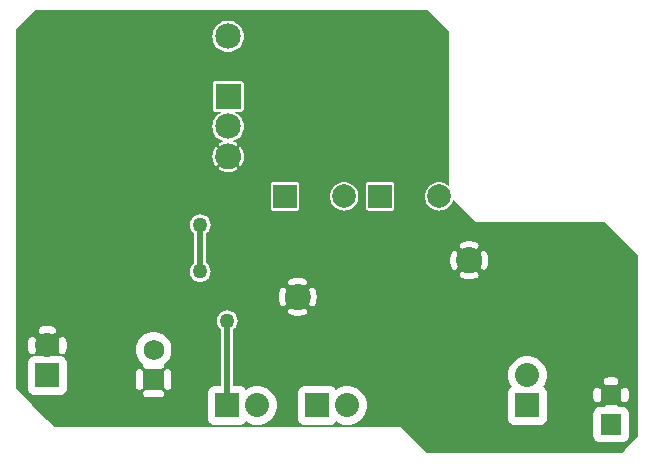
<source format=gbl>
G04 start of page 2 for group 10 layer_idx 1 *
G04 Title: (unknown), bottom_copper *
G04 Creator: pcb-rnd 2.3.0 *
G04 CreationDate: 2021-04-05 19:42:04 UTC *
G04 For:  *
G04 Format: Gerber/RS-274X *
G04 PCB-Dimensions: 500000 500000 *
G04 PCB-Coordinate-Origin: lower left *
%MOIN*%
%FSLAX25Y25*%
%LNBOTTOM_COPPER_NONE_10*%
%ADD36C,0.0430*%
%ADD35C,0.0295*%
%ADD34C,0.0276*%
%ADD33C,0.0394*%
%ADD32C,0.0850*%
%ADD31C,0.0787*%
%ADD30C,0.0866*%
%ADD29C,0.0689*%
%ADD28C,0.0800*%
%ADD27C,0.0500*%
%ADD26C,0.0200*%
%ADD25C,0.0001*%
G54D25*G36*
X371500Y294000D02*Y233500D01*
X367117Y229117D01*
Y231841D01*
X367419Y232026D01*
X367718Y232282D01*
X367974Y232581D01*
X368179Y232917D01*
X368330Y233280D01*
X368422Y233663D01*
X368453Y234055D01*
X368445Y234153D01*
Y240847D01*
X368453Y240945D01*
X368422Y241337D01*
X368422Y241337D01*
X368330Y241720D01*
X368179Y242083D01*
X367974Y242419D01*
X367718Y242718D01*
X367419Y242974D01*
X367117Y243159D01*
Y244916D01*
X367122Y244916D01*
X367317Y244944D01*
X367505Y245001D01*
X367682Y245088D01*
X367843Y245200D01*
X367985Y245337D01*
X368103Y245494D01*
X368195Y245668D01*
X368256Y245855D01*
X368384Y246443D01*
X368445Y247042D01*
Y247643D01*
X368384Y248242D01*
X368263Y248832D01*
X368200Y249019D01*
X368107Y249193D01*
X367988Y249351D01*
X367846Y249488D01*
X367684Y249601D01*
X367507Y249688D01*
X367318Y249746D01*
X367123Y249773D01*
X367117Y249773D01*
Y298383D01*
X371500Y294000D01*
G37*
G36*
X366000Y228000D02*X362500D01*
Y231555D01*
X365847D01*
X365945Y231547D01*
X366337Y231578D01*
X366337Y231578D01*
X366720Y231670D01*
X367083Y231821D01*
X367117Y231841D01*
Y229117D01*
X366000Y228000D01*
G37*
G36*
X367117Y298383D02*Y249773D01*
X366925Y249770D01*
X366731Y249736D01*
X366544Y249671D01*
X366370Y249579D01*
X366212Y249460D01*
X366075Y249318D01*
X365961Y249156D01*
X365875Y248979D01*
X365817Y248790D01*
X365790Y248594D01*
X365793Y248397D01*
X365831Y248203D01*
X365905Y247863D01*
X365940Y247517D01*
Y247168D01*
X365905Y246822D01*
X365835Y246481D01*
X365797Y246288D01*
X365794Y246091D01*
X365821Y245896D01*
X365879Y245708D01*
X365965Y245531D01*
X366078Y245370D01*
X366215Y245229D01*
X366372Y245110D01*
X366546Y245018D01*
X366732Y244954D01*
X366926Y244920D01*
X367117Y244916D01*
Y243159D01*
X367083Y243179D01*
X366720Y243330D01*
X366337Y243422D01*
X365945Y243453D01*
X365847Y243445D01*
X364751D01*
X364736Y243473D01*
X364617Y243631D01*
X364475Y243768D01*
X364314Y243881D01*
X364136Y243968D01*
X363947Y244025D01*
X363752Y244053D01*
X363554Y244049D01*
X363361Y244011D01*
X363021Y243937D01*
X362674Y243902D01*
X362500D01*
Y250783D01*
X362674D01*
X363021Y250748D01*
X363362Y250678D01*
X363555Y250640D01*
X363751Y250637D01*
X363946Y250664D01*
X364134Y250722D01*
X364311Y250808D01*
X364472Y250921D01*
X364614Y251057D01*
X364732Y251215D01*
X364825Y251388D01*
X364889Y251574D01*
X364923Y251768D01*
X364926Y251965D01*
X364899Y252160D01*
X364841Y252348D01*
X364755Y252525D01*
X364642Y252686D01*
X364505Y252827D01*
X364348Y252946D01*
X364175Y253038D01*
X363988Y253098D01*
X363400Y253227D01*
X362801Y253287D01*
X362500D01*
Y303000D01*
X367117Y298383D01*
G37*
G36*
X357917Y231821D02*X358280Y231670D01*
X358663Y231578D01*
X359055Y231547D01*
X359153Y231555D01*
X362500D01*
Y228000D01*
X357883D01*
Y231841D01*
X357917Y231821D01*
G37*
G36*
X360500Y305000D02*X362500Y303000D01*
Y253287D01*
X362199D01*
X361600Y253227D01*
X361011Y253106D01*
X360824Y253042D01*
X360649Y252949D01*
X360492Y252831D01*
X360354Y252689D01*
X360241Y252527D01*
X360155Y252349D01*
X360097Y252161D01*
X360069Y251965D01*
X360073Y251768D01*
X360107Y251573D01*
X360171Y251387D01*
X360264Y251212D01*
X360383Y251054D01*
X360525Y250917D01*
X360686Y250804D01*
X360864Y250717D01*
X361053Y250660D01*
X361248Y250632D01*
X361446Y250636D01*
X361639Y250674D01*
X361979Y250748D01*
X362326Y250783D01*
X362500D01*
Y243902D01*
X362326D01*
X361979Y243937D01*
X361638Y244007D01*
X361445Y244045D01*
X361249Y244048D01*
X361054Y244021D01*
X360866Y243964D01*
X360689Y243877D01*
X360528Y243764D01*
X360386Y243628D01*
X360268Y243470D01*
X360254Y243445D01*
X359153D01*
X359055Y243453D01*
X358663Y243422D01*
X358663Y243422D01*
X358280Y243330D01*
X357917Y243179D01*
X357883Y243159D01*
Y244912D01*
X358075Y244915D01*
X358269Y244950D01*
X358456Y245014D01*
X358630Y245106D01*
X358788Y245225D01*
X358925Y245367D01*
X359039Y245529D01*
X359125Y245706D01*
X359183Y245895D01*
X359210Y246091D01*
X359207Y246288D01*
X359169Y246482D01*
X359095Y246822D01*
X359060Y247168D01*
Y247517D01*
X359095Y247863D01*
X359165Y248204D01*
X359203Y248397D01*
X359206Y248594D01*
X359179Y248789D01*
X359121Y248977D01*
X359035Y249154D01*
X358922Y249315D01*
X358785Y249456D01*
X358628Y249575D01*
X358454Y249667D01*
X358268Y249731D01*
X358074Y249765D01*
X357883Y249769D01*
Y305000D01*
X360500D01*
G37*
G36*
X357883D02*Y249769D01*
X357878Y249769D01*
X357683Y249741D01*
X357495Y249684D01*
X357318Y249598D01*
X357157Y249485D01*
X357015Y249348D01*
X356897Y249191D01*
X356805Y249017D01*
X356744Y248830D01*
X356616Y248242D01*
X356555Y247643D01*
Y247042D01*
X356616Y246443D01*
X356737Y245853D01*
X356800Y245666D01*
X356893Y245492D01*
X357012Y245334D01*
X357154Y245197D01*
X357316Y245084D01*
X357493Y244997D01*
X357682Y244939D01*
X357877Y244912D01*
X357883Y244912D01*
Y243159D01*
X357581Y242974D01*
X357282Y242718D01*
X357026Y242419D01*
X356821Y242083D01*
X356670Y241720D01*
X356578Y241337D01*
X356547Y240945D01*
X356555Y240847D01*
Y234153D01*
X356547Y234055D01*
X356578Y233663D01*
X356578Y233663D01*
X356670Y233280D01*
X356821Y232917D01*
X357026Y232581D01*
X357282Y232282D01*
X357581Y232026D01*
X357883Y231841D01*
Y228000D01*
X334594D01*
Y237350D01*
X338502D01*
X338600Y237342D01*
X338992Y237373D01*
X338992Y237373D01*
X339375Y237465D01*
X339738Y237616D01*
X340074Y237821D01*
X340373Y238077D01*
X340629Y238376D01*
X340834Y238712D01*
X340985Y239075D01*
X341077Y239458D01*
X341108Y239850D01*
X341100Y239948D01*
Y247752D01*
X341108Y247850D01*
X341077Y248242D01*
X341077Y248242D01*
X340985Y248625D01*
X340834Y248988D01*
X340629Y249324D01*
X340373Y249623D01*
X340074Y249879D01*
X339865Y250007D01*
X339875Y250018D01*
X340409Y250890D01*
X340801Y251835D01*
X341040Y252830D01*
X341100Y253850D01*
X341040Y254870D01*
X340801Y255865D01*
X340409Y256810D01*
X339875Y257682D01*
X339210Y258460D01*
X338432Y259125D01*
X337560Y259659D01*
X336615Y260051D01*
X335620Y260290D01*
X334600Y260370D01*
X334594Y260370D01*
Y305000D01*
X357883D01*
G37*
G36*
X334594D02*Y260370D01*
X333580Y260290D01*
X332585Y260051D01*
X331640Y259659D01*
X330768Y259125D01*
X329990Y258460D01*
X329325Y257682D01*
X328791Y256810D01*
X328399Y255865D01*
X328160Y254870D01*
X328080Y253850D01*
X328160Y252830D01*
X328399Y251835D01*
X328791Y250890D01*
X329325Y250018D01*
X329335Y250007D01*
X329126Y249879D01*
X328827Y249623D01*
X328571Y249324D01*
X328366Y248988D01*
X328215Y248625D01*
X328123Y248242D01*
X328092Y247850D01*
X328100Y247752D01*
Y239948D01*
X328092Y239850D01*
X328123Y239458D01*
X328123Y239458D01*
X328215Y239075D01*
X328366Y238712D01*
X328571Y238376D01*
X328827Y238077D01*
X329126Y237821D01*
X329462Y237616D01*
X329825Y237465D01*
X330208Y237373D01*
X330600Y237342D01*
X330698Y237350D01*
X334594D01*
Y228000D01*
X320307D01*
Y289095D01*
X320456Y289141D01*
X320597Y289210D01*
X320726Y289300D01*
X320840Y289409D01*
X320934Y289535D01*
X321005Y289675D01*
X321217Y290212D01*
X321373Y290768D01*
X321478Y291336D01*
X321531Y291911D01*
Y292489D01*
X321478Y293064D01*
X321373Y293632D01*
X321217Y294188D01*
X321012Y294727D01*
X320938Y294867D01*
X320843Y294994D01*
X320729Y295103D01*
X320600Y295194D01*
X320458Y295263D01*
X320307Y295310D01*
Y305000D01*
X334594D01*
G37*
G36*
X317500D02*X320307D01*
Y295310D01*
X320306Y295310D01*
X320150Y295332D01*
X319992Y295329D01*
X319836Y295301D01*
X319687Y295250D01*
X319547Y295176D01*
X319421Y295081D01*
X319311Y294967D01*
X319220Y294837D01*
X319151Y294695D01*
X319105Y294544D01*
X319083Y294387D01*
X319085Y294229D01*
X319113Y294074D01*
X319167Y293925D01*
X319312Y293558D01*
X319419Y293178D01*
X319490Y292790D01*
X319526Y292397D01*
Y292003D01*
X319490Y291610D01*
X319419Y291222D01*
X319312Y290842D01*
X319171Y290473D01*
X319117Y290325D01*
X319090Y290170D01*
X319087Y290013D01*
X319109Y289857D01*
X319155Y289707D01*
X319224Y289565D01*
X319314Y289436D01*
X319424Y289323D01*
X319549Y289228D01*
X319688Y289154D01*
X319837Y289103D01*
X319992Y289076D01*
X320150Y289073D01*
X320305Y289095D01*
X320307Y289095D01*
Y228000D01*
X315202D01*
Y285869D01*
X315489D01*
X316064Y285922D01*
X316632Y286027D01*
X317188Y286183D01*
X317727Y286388D01*
X317867Y286462D01*
X317994Y286557D01*
X318103Y286671D01*
X318194Y286800D01*
X318263Y286942D01*
X318310Y287094D01*
X318332Y287250D01*
X318329Y287408D01*
X318301Y287564D01*
X318250Y287713D01*
X318176Y287853D01*
X318081Y287979D01*
X317967Y288089D01*
X317837Y288180D01*
X317695Y288249D01*
X317544Y288295D01*
X317387Y288317D01*
X317229Y288315D01*
X317074Y288287D01*
X316925Y288233D01*
X316558Y288088D01*
X316178Y287981D01*
X315790Y287910D01*
X315397Y287874D01*
X315202D01*
Y296526D01*
X315397D01*
X315790Y296490D01*
X316178Y296419D01*
X316558Y296312D01*
X316927Y296171D01*
X317075Y296117D01*
X317230Y296090D01*
X317387Y296087D01*
X317543Y296109D01*
X317693Y296155D01*
X317835Y296224D01*
X317964Y296314D01*
X318077Y296424D01*
X318172Y296549D01*
X318246Y296688D01*
X318297Y296837D01*
X318324Y296992D01*
X318327Y297150D01*
X318305Y297306D01*
X318259Y297456D01*
X318190Y297598D01*
X318100Y297726D01*
X317991Y297840D01*
X317865Y297934D01*
X317725Y298005D01*
X317188Y298217D01*
X316632Y298373D01*
X316064Y298478D01*
X315489Y298531D01*
X315202D01*
Y307298D01*
X317500Y305000D01*
G37*
G36*
X315202Y307298D02*Y298531D01*
X314911D01*
X314336Y298478D01*
X313768Y298373D01*
X313212Y298217D01*
X312673Y298012D01*
X312533Y297938D01*
X312406Y297843D01*
X312297Y297729D01*
X312206Y297600D01*
X312137Y297458D01*
X312090Y297306D01*
X312068Y297150D01*
X312071Y296992D01*
X312099Y296836D01*
X312150Y296687D01*
X312224Y296547D01*
X312319Y296421D01*
X312433Y296311D01*
X312563Y296220D01*
X312705Y296151D01*
X312856Y296105D01*
X313013Y296083D01*
X313171Y296086D01*
X313326Y296113D01*
X313475Y296167D01*
X313842Y296312D01*
X314222Y296419D01*
X314610Y296490D01*
X315003Y296526D01*
X315202D01*
Y287874D01*
X315003D01*
X314610Y287910D01*
X314222Y287981D01*
X313842Y288088D01*
X313473Y288229D01*
X313325Y288283D01*
X313170Y288310D01*
X313013Y288313D01*
X312857Y288291D01*
X312707Y288245D01*
X312565Y288176D01*
X312436Y288086D01*
X312323Y287976D01*
X312228Y287851D01*
X312154Y287712D01*
X312103Y287563D01*
X312076Y287408D01*
X312073Y287250D01*
X312095Y287095D01*
X312141Y286944D01*
X312210Y286803D01*
X312300Y286674D01*
X312409Y286560D01*
X312535Y286466D01*
X312675Y286395D01*
X313212Y286183D01*
X313768Y286027D01*
X314336Y285922D01*
X314911Y285869D01*
X315202D01*
Y228000D01*
X310093D01*
Y289090D01*
X310094Y289090D01*
X310250Y289068D01*
X310408Y289071D01*
X310564Y289099D01*
X310713Y289150D01*
X310853Y289224D01*
X310979Y289319D01*
X311089Y289433D01*
X311180Y289563D01*
X311249Y289705D01*
X311295Y289856D01*
X311317Y290013D01*
X311314Y290171D01*
X311287Y290326D01*
X311233Y290475D01*
X311088Y290842D01*
X310981Y291222D01*
X310910Y291610D01*
X310874Y292003D01*
Y292397D01*
X310910Y292790D01*
X310981Y293178D01*
X311088Y293558D01*
X311229Y293927D01*
X311283Y294075D01*
X311310Y294230D01*
X311313Y294387D01*
X311291Y294543D01*
X311245Y294693D01*
X311176Y294835D01*
X311086Y294964D01*
X310976Y295077D01*
X310851Y295172D01*
X310712Y295246D01*
X310563Y295297D01*
X310408Y295324D01*
X310250Y295327D01*
X310095Y295305D01*
X310093Y295305D01*
Y312407D01*
X315202Y307298D01*
G37*
G36*
X301500Y375500D02*X308500Y368500D01*
Y316882D01*
X307971Y317334D01*
X307336Y317722D01*
X306649Y318007D01*
X305926Y318181D01*
X305185Y318239D01*
X304444Y318181D01*
X303721Y318007D01*
X303034Y317722D01*
X302400Y317334D01*
X301834Y316851D01*
X301351Y316286D01*
X300963Y315651D01*
X300678Y314964D01*
X300504Y314241D01*
X300446Y313500D01*
X300504Y312759D01*
X300678Y312036D01*
X300963Y311349D01*
X301351Y310714D01*
X301834Y310149D01*
X302400Y309666D01*
X303034Y309278D01*
X303721Y308993D01*
X304444Y308819D01*
X305185Y308761D01*
X305926Y308819D01*
X306649Y308993D01*
X307336Y309278D01*
X307971Y309666D01*
X308536Y310149D01*
X309019Y310714D01*
X309408Y311349D01*
X309692Y312036D01*
X309842Y312658D01*
X310093Y312407D01*
Y295305D01*
X309944Y295259D01*
X309803Y295190D01*
X309674Y295100D01*
X309560Y294991D01*
X309466Y294865D01*
X309395Y294725D01*
X309183Y294188D01*
X309027Y293632D01*
X308922Y293064D01*
X308869Y292489D01*
Y291911D01*
X308922Y291336D01*
X309027Y290768D01*
X309183Y290212D01*
X309388Y289673D01*
X309462Y289533D01*
X309557Y289406D01*
X309671Y289297D01*
X309800Y289206D01*
X309942Y289137D01*
X310093Y289090D01*
Y228000D01*
X301000D01*
X292500Y236500D01*
X285500D01*
Y308776D01*
X289406D01*
X289437Y308773D01*
X289560Y308783D01*
X289561Y308783D01*
X289681Y308812D01*
X289796Y308859D01*
X289901Y308924D01*
X289996Y309004D01*
X290076Y309099D01*
X290141Y309204D01*
X290188Y309319D01*
X290217Y309439D01*
X290227Y309563D01*
X290224Y309594D01*
Y317406D01*
X290227Y317437D01*
X290217Y317560D01*
X290217Y317561D01*
X290188Y317681D01*
X290141Y317796D01*
X290076Y317901D01*
X289996Y317996D01*
X289901Y318076D01*
X289796Y318141D01*
X289681Y318188D01*
X289561Y318217D01*
X289437Y318227D01*
X289406Y318224D01*
X285500D01*
Y375500D01*
X301500D01*
G37*
G36*
X285500D02*Y318224D01*
X281594D01*
X281563Y318227D01*
X281440Y318217D01*
X281439Y318217D01*
X281319Y318188D01*
X281204Y318141D01*
X281099Y318076D01*
X281004Y317996D01*
X280924Y317901D01*
X280859Y317796D01*
X280812Y317681D01*
X280783Y317561D01*
X280773Y317437D01*
X280776Y317406D01*
Y309594D01*
X280773Y309563D01*
X280783Y309440D01*
X280783Y309439D01*
X280812Y309319D01*
X280859Y309204D01*
X280924Y309099D01*
X281004Y309004D01*
X281099Y308924D01*
X281204Y308859D01*
X281319Y308812D01*
X281439Y308783D01*
X281563Y308773D01*
X281594Y308776D01*
X285500D01*
Y236500D01*
X273493D01*
Y237431D01*
X273580Y237410D01*
X274600Y237330D01*
X275620Y237410D01*
X276615Y237649D01*
X277560Y238041D01*
X278432Y238575D01*
X279210Y239240D01*
X279875Y240018D01*
X280409Y240890D01*
X280801Y241835D01*
X281040Y242830D01*
X281100Y243850D01*
X281040Y244870D01*
X280801Y245865D01*
X280409Y246810D01*
X279875Y247682D01*
X279210Y248460D01*
X278432Y249125D01*
X277560Y249659D01*
X276615Y250051D01*
X275620Y250290D01*
X274600Y250370D01*
X273580Y250290D01*
X273493Y250269D01*
Y308762D01*
X273500Y308761D01*
X274241Y308819D01*
X274964Y308993D01*
X275651Y309278D01*
X276286Y309666D01*
X276851Y310149D01*
X277334Y310714D01*
X277722Y311349D01*
X278007Y312036D01*
X278181Y312759D01*
X278224Y313500D01*
X278181Y314241D01*
X278007Y314964D01*
X277722Y315651D01*
X277334Y316286D01*
X276851Y316851D01*
X276286Y317334D01*
X275651Y317722D01*
X274964Y318007D01*
X274241Y318181D01*
X273500Y318239D01*
X273493Y318238D01*
Y375500D01*
X285500D01*
G37*
G36*
X263107Y236500D02*Y237350D01*
X268502D01*
X268600Y237342D01*
X268992Y237373D01*
X268992Y237373D01*
X269375Y237465D01*
X269738Y237616D01*
X270074Y237821D01*
X270373Y238077D01*
X270629Y238376D01*
X270757Y238585D01*
X270768Y238575D01*
X271640Y238041D01*
X272585Y237649D01*
X273493Y237431D01*
Y236500D01*
X263107D01*
G37*
G36*
X273493Y375500D02*Y318238D01*
X272759Y318181D01*
X272036Y318007D01*
X271349Y317722D01*
X270714Y317334D01*
X270149Y316851D01*
X269666Y316286D01*
X269278Y315651D01*
X268993Y314964D01*
X268819Y314241D01*
X268761Y313500D01*
X268819Y312759D01*
X268993Y312036D01*
X269278Y311349D01*
X269666Y310714D01*
X270149Y310149D01*
X270714Y309666D01*
X271349Y309278D01*
X272036Y308993D01*
X272759Y308819D01*
X273493Y308762D01*
Y250269D01*
X272585Y250051D01*
X271640Y249659D01*
X270768Y249125D01*
X270757Y249115D01*
X270629Y249324D01*
X270373Y249623D01*
X270074Y249879D01*
X269738Y250084D01*
X269375Y250235D01*
X268992Y250327D01*
X268600Y250358D01*
X268502Y250350D01*
X263107D01*
Y276895D01*
X263256Y276941D01*
X263397Y277010D01*
X263526Y277100D01*
X263640Y277209D01*
X263734Y277335D01*
X263805Y277475D01*
X264017Y278012D01*
X264173Y278568D01*
X264278Y279136D01*
X264331Y279711D01*
Y280289D01*
X264278Y280864D01*
X264173Y281432D01*
X264017Y281988D01*
X263812Y282527D01*
X263738Y282667D01*
X263643Y282794D01*
X263529Y282903D01*
X263400Y282994D01*
X263258Y283063D01*
X263107Y283110D01*
Y375500D01*
X273493D01*
G37*
G36*
X263107D02*Y283110D01*
X263106Y283110D01*
X262950Y283132D01*
X262792Y283129D01*
X262636Y283101D01*
X262487Y283050D01*
X262347Y282976D01*
X262221Y282881D01*
X262111Y282767D01*
X262020Y282637D01*
X261951Y282495D01*
X261905Y282344D01*
X261883Y282187D01*
X261885Y282029D01*
X261913Y281874D01*
X261967Y281725D01*
X262112Y281358D01*
X262219Y280978D01*
X262290Y280590D01*
X262326Y280197D01*
Y279803D01*
X262290Y279410D01*
X262219Y279022D01*
X262112Y278642D01*
X261971Y278273D01*
X261917Y278125D01*
X261890Y277970D01*
X261887Y277813D01*
X261909Y277657D01*
X261955Y277507D01*
X262024Y277365D01*
X262114Y277236D01*
X262224Y277123D01*
X262349Y277028D01*
X262488Y276954D01*
X262637Y276903D01*
X262792Y276876D01*
X262950Y276873D01*
X263105Y276895D01*
X263107Y276895D01*
Y250350D01*
X260698D01*
X260600Y250358D01*
X260208Y250327D01*
X260208Y250327D01*
X259825Y250235D01*
X259462Y250084D01*
X259126Y249879D01*
X258827Y249623D01*
X258571Y249324D01*
X258366Y248988D01*
X258215Y248625D01*
X258123Y248242D01*
X258092Y247850D01*
X258100Y247752D01*
Y239948D01*
X258092Y239850D01*
X258123Y239458D01*
X258123Y239458D01*
X258215Y239075D01*
X258366Y238712D01*
X258571Y238376D01*
X258827Y238077D01*
X259126Y237821D01*
X259462Y237616D01*
X259825Y237465D01*
X260208Y237373D01*
X260600Y237342D01*
X260698Y237350D01*
X263107D01*
Y236500D01*
X258002D01*
Y273669D01*
X258289D01*
X258864Y273722D01*
X259432Y273827D01*
X259988Y273983D01*
X260527Y274188D01*
X260667Y274262D01*
X260794Y274357D01*
X260903Y274471D01*
X260994Y274600D01*
X261063Y274742D01*
X261110Y274894D01*
X261132Y275050D01*
X261129Y275208D01*
X261101Y275364D01*
X261050Y275513D01*
X260976Y275653D01*
X260881Y275779D01*
X260767Y275889D01*
X260637Y275980D01*
X260495Y276049D01*
X260344Y276095D01*
X260187Y276117D01*
X260029Y276115D01*
X259874Y276087D01*
X259725Y276033D01*
X259358Y275888D01*
X258978Y275781D01*
X258590Y275710D01*
X258197Y275674D01*
X258002D01*
Y284326D01*
X258197D01*
X258590Y284290D01*
X258978Y284219D01*
X259358Y284112D01*
X259727Y283971D01*
X259875Y283917D01*
X260030Y283890D01*
X260187Y283887D01*
X260343Y283909D01*
X260493Y283955D01*
X260635Y284024D01*
X260764Y284114D01*
X260877Y284224D01*
X260972Y284349D01*
X261046Y284488D01*
X261097Y284637D01*
X261124Y284792D01*
X261127Y284950D01*
X261105Y285106D01*
X261059Y285256D01*
X260990Y285398D01*
X260900Y285526D01*
X260791Y285640D01*
X260665Y285734D01*
X260525Y285805D01*
X259988Y286017D01*
X259432Y286173D01*
X258864Y286278D01*
X258289Y286331D01*
X258002D01*
Y308814D01*
X258111Y308859D01*
X258216Y308924D01*
X258310Y309004D01*
X258391Y309099D01*
X258456Y309204D01*
X258503Y309319D01*
X258532Y309439D01*
X258542Y309563D01*
X258539Y309594D01*
Y317406D01*
X258542Y317437D01*
X258532Y317560D01*
X258532Y317561D01*
X258503Y317681D01*
X258456Y317796D01*
X258391Y317901D01*
X258310Y317996D01*
X258216Y318076D01*
X258111Y318141D01*
X258002Y318186D01*
Y375500D01*
X263107D01*
G37*
G36*
X257721Y308776D02*X257752Y308773D01*
X257875Y308783D01*
X257876Y308783D01*
X257996Y308812D01*
X258002Y308814D01*
Y286331D01*
X257711D01*
X257136Y286278D01*
X256568Y286173D01*
X256012Y286017D01*
X255473Y285812D01*
X255333Y285738D01*
X255206Y285643D01*
X255097Y285529D01*
X255006Y285400D01*
X254937Y285258D01*
X254890Y285106D01*
X254868Y284950D01*
X254871Y284792D01*
X254899Y284636D01*
X254950Y284487D01*
X255024Y284347D01*
X255119Y284221D01*
X255233Y284111D01*
X255363Y284020D01*
X255505Y283951D01*
X255656Y283905D01*
X255813Y283883D01*
X255971Y283886D01*
X256126Y283913D01*
X256275Y283967D01*
X256642Y284112D01*
X257022Y284219D01*
X257410Y284290D01*
X257803Y284326D01*
X258002D01*
Y275674D01*
X257803D01*
X257410Y275710D01*
X257022Y275781D01*
X256642Y275888D01*
X256273Y276029D01*
X256125Y276083D01*
X255970Y276110D01*
X255813Y276113D01*
X255657Y276091D01*
X255507Y276045D01*
X255365Y275976D01*
X255236Y275886D01*
X255123Y275776D01*
X255028Y275651D01*
X254954Y275512D01*
X254903Y275363D01*
X254876Y275208D01*
X254873Y275050D01*
X254895Y274895D01*
X254941Y274744D01*
X255010Y274603D01*
X255100Y274474D01*
X255209Y274360D01*
X255335Y274266D01*
X255475Y274195D01*
X256012Y273983D01*
X256568Y273827D01*
X257136Y273722D01*
X257711Y273669D01*
X258002D01*
Y236500D01*
X252893D01*
Y276890D01*
X252894Y276890D01*
X253050Y276868D01*
X253208Y276871D01*
X253364Y276899D01*
X253513Y276950D01*
X253653Y277024D01*
X253779Y277119D01*
X253889Y277233D01*
X253980Y277363D01*
X254049Y277505D01*
X254095Y277656D01*
X254117Y277813D01*
X254114Y277971D01*
X254087Y278126D01*
X254033Y278275D01*
X253888Y278642D01*
X253781Y279022D01*
X253710Y279410D01*
X253674Y279803D01*
Y280197D01*
X253710Y280590D01*
X253781Y280978D01*
X253888Y281358D01*
X254029Y281727D01*
X254083Y281875D01*
X254110Y282030D01*
X254113Y282187D01*
X254091Y282343D01*
X254045Y282493D01*
X253976Y282635D01*
X253886Y282764D01*
X253776Y282877D01*
X253651Y282972D01*
X253512Y283046D01*
X253363Y283097D01*
X253208Y283124D01*
X253050Y283127D01*
X252895Y283105D01*
X252893Y283105D01*
Y308776D01*
X257721D01*
G37*
G36*
X258002Y375500D02*Y318186D01*
X257996Y318188D01*
X257876Y318217D01*
X257752Y318227D01*
X257721Y318224D01*
X252893D01*
Y375500D01*
X258002D01*
G37*
G36*
X252893D02*Y318224D01*
X249909D01*
X249878Y318227D01*
X249755Y318217D01*
X249754Y318217D01*
X249634Y318188D01*
X249519Y318141D01*
X249414Y318076D01*
X249319Y317996D01*
X249239Y317901D01*
X249174Y317796D01*
X249127Y317681D01*
X249098Y317561D01*
X249088Y317437D01*
X249091Y317406D01*
Y309594D01*
X249088Y309563D01*
X249098Y309440D01*
X249098Y309439D01*
X249127Y309319D01*
X249174Y309204D01*
X249239Y309099D01*
X249319Y309004D01*
X249414Y308924D01*
X249519Y308859D01*
X249634Y308812D01*
X249754Y308783D01*
X249878Y308773D01*
X249909Y308776D01*
X252893D01*
Y283105D01*
X252744Y283059D01*
X252603Y282990D01*
X252474Y282900D01*
X252360Y282791D01*
X252266Y282665D01*
X252195Y282525D01*
X251983Y281988D01*
X251827Y281432D01*
X251722Y280864D01*
X251669Y280289D01*
Y279711D01*
X251722Y279136D01*
X251827Y278568D01*
X251983Y278012D01*
X252188Y277473D01*
X252262Y277333D01*
X252357Y277206D01*
X252471Y277097D01*
X252600Y277006D01*
X252742Y276937D01*
X252893Y276890D01*
Y236500D01*
X239596D01*
Y237557D01*
X239738Y237616D01*
X240074Y237821D01*
X240373Y238077D01*
X240629Y238376D01*
X240757Y238585D01*
X240768Y238575D01*
X241640Y238041D01*
X242585Y237649D01*
X243580Y237410D01*
X244600Y237330D01*
X245620Y237410D01*
X246615Y237649D01*
X247560Y238041D01*
X248432Y238575D01*
X249210Y239240D01*
X249875Y240018D01*
X250409Y240890D01*
X250801Y241835D01*
X251040Y242830D01*
X251100Y243850D01*
X251040Y244870D01*
X250801Y245865D01*
X250409Y246810D01*
X249875Y247682D01*
X249210Y248460D01*
X248432Y249125D01*
X247560Y249659D01*
X246615Y250051D01*
X245620Y250290D01*
X244600Y250370D01*
X243580Y250290D01*
X242585Y250051D01*
X241640Y249659D01*
X240768Y249125D01*
X240757Y249115D01*
X240629Y249324D01*
X240373Y249623D01*
X240074Y249879D01*
X239738Y250084D01*
X239596Y250143D01*
Y324606D01*
X239694Y324813D01*
X239855Y325249D01*
X239977Y325698D01*
X240059Y326155D01*
X240100Y326618D01*
Y327082D01*
X240059Y327545D01*
X239977Y328002D01*
X239855Y328451D01*
X239694Y328887D01*
X239596Y329094D01*
Y334589D01*
X239858Y335223D01*
X240051Y336026D01*
X240100Y336850D01*
X240051Y337674D01*
X239858Y338477D01*
X239596Y339111D01*
Y341894D01*
X239709Y341991D01*
X239812Y342110D01*
X239894Y342245D01*
X239954Y342390D01*
X239991Y342543D01*
X240003Y342700D01*
X240000Y342739D01*
Y350961D01*
X240003Y351000D01*
X239991Y351157D01*
X239991Y351157D01*
X239954Y351310D01*
X239894Y351455D01*
X239812Y351590D01*
X239709Y351709D01*
X239596Y351806D01*
Y364589D01*
X239858Y365223D01*
X240051Y366026D01*
X240100Y366850D01*
X240051Y367674D01*
X239858Y368477D01*
X239596Y369111D01*
Y375500D01*
X252893D01*
G37*
G36*
X239542Y339241D02*X239110Y339945D01*
X238574Y340574D01*
X237945Y341110D01*
X237241Y341542D01*
X236860Y341700D01*
X238961D01*
X239000Y341697D01*
X239157Y341709D01*
X239157Y341709D01*
X239310Y341746D01*
X239455Y341806D01*
X239590Y341888D01*
X239596Y341894D01*
Y339111D01*
X239542Y339241D01*
G37*
G36*
X238502Y237350D02*X238600Y237342D01*
X238992Y237373D01*
X238992Y237373D01*
X239375Y237465D01*
X239596Y237557D01*
Y236500D01*
X234852D01*
Y237350D01*
X238502D01*
G37*
G36*
X235038Y331096D02*X235412Y331063D01*
X235782Y330997D01*
X236145Y330898D01*
X236497Y330768D01*
X236837Y330607D01*
X237161Y330417D01*
X237229Y330378D01*
X237303Y330352D01*
X237381Y330338D01*
X237459Y330336D01*
X237538Y330346D01*
X237613Y330368D01*
X237684Y330402D01*
X237749Y330447D01*
X237806Y330501D01*
X237854Y330564D01*
X237891Y330633D01*
X237917Y330707D01*
X237932Y330785D01*
X237934Y330863D01*
X237923Y330941D01*
X237901Y331017D01*
X237867Y331088D01*
X237822Y331153D01*
X237768Y331210D01*
X237705Y331256D01*
X237307Y331496D01*
X236887Y331694D01*
X236482Y331844D01*
X237241Y332158D01*
X237945Y332590D01*
X238574Y333126D01*
X239110Y333755D01*
X239542Y334459D01*
X239596Y334589D01*
Y329094D01*
X239496Y329307D01*
X239260Y329707D01*
X239213Y329771D01*
X239155Y329825D01*
X239090Y329870D01*
X239018Y329905D01*
X238942Y329927D01*
X238864Y329938D01*
X238784Y329936D01*
X238706Y329921D01*
X238631Y329895D01*
X238562Y329857D01*
X238499Y329809D01*
X238444Y329751D01*
X238399Y329686D01*
X238365Y329614D01*
X238342Y329538D01*
X238332Y329460D01*
X238333Y329380D01*
X238348Y329302D01*
X238374Y329228D01*
X238413Y329159D01*
X238607Y328837D01*
X238768Y328497D01*
X238898Y328145D01*
X238997Y327782D01*
X239063Y327412D01*
X239096Y327038D01*
Y326662D01*
X239063Y326288D01*
X238997Y325918D01*
X238898Y325555D01*
X238768Y325203D01*
X238607Y324863D01*
X238417Y324539D01*
X238378Y324471D01*
X238352Y324397D01*
X238338Y324319D01*
X238336Y324241D01*
X238346Y324162D01*
X238368Y324087D01*
X238402Y324016D01*
X238447Y323951D01*
X238501Y323894D01*
X238564Y323846D01*
X238633Y323809D01*
X238707Y323783D01*
X238785Y323768D01*
X238863Y323766D01*
X238941Y323777D01*
X239017Y323799D01*
X239088Y323833D01*
X239153Y323878D01*
X239210Y323932D01*
X239256Y323995D01*
X239496Y324393D01*
X239596Y324606D01*
Y250143D01*
X239375Y250235D01*
X238992Y250327D01*
X238600Y250358D01*
X238502Y250350D01*
X236600D01*
Y269191D01*
X236983Y269517D01*
X237340Y269936D01*
X237628Y270406D01*
X237839Y270915D01*
X237968Y271451D01*
X238000Y272000D01*
X237968Y272549D01*
X237839Y273085D01*
X237628Y273594D01*
X237340Y274064D01*
X236983Y274483D01*
X236564Y274840D01*
X236094Y275128D01*
X235585Y275339D01*
X235049Y275468D01*
X234852Y275483D01*
Y321600D01*
X235082D01*
X235545Y321641D01*
X236002Y321723D01*
X236451Y321845D01*
X236887Y322006D01*
X237307Y322204D01*
X237707Y322440D01*
X237771Y322487D01*
X237825Y322545D01*
X237870Y322610D01*
X237905Y322682D01*
X237927Y322758D01*
X237938Y322836D01*
X237936Y322916D01*
X237921Y322994D01*
X237895Y323069D01*
X237857Y323138D01*
X237809Y323201D01*
X237751Y323256D01*
X237686Y323301D01*
X237614Y323335D01*
X237538Y323358D01*
X237460Y323368D01*
X237380Y323367D01*
X237302Y323352D01*
X237228Y323326D01*
X237159Y323287D01*
X236837Y323093D01*
X236497Y322932D01*
X236145Y322802D01*
X235782Y322703D01*
X235412Y322637D01*
X235038Y322604D01*
X234852D01*
Y331096D01*
X235038D01*
G37*
G36*
X235674Y361649D02*X236477Y361842D01*
X237241Y362158D01*
X237945Y362590D01*
X238574Y363126D01*
X239110Y363755D01*
X239542Y364459D01*
X239596Y364589D01*
Y351806D01*
X239590Y351812D01*
X239455Y351894D01*
X239310Y351954D01*
X239157Y351991D01*
X239000Y352003D01*
X238961Y352000D01*
X234852D01*
Y361584D01*
X235674Y361649D01*
G37*
G36*
X239596Y375500D02*Y369111D01*
X239542Y369241D01*
X239110Y369945D01*
X238574Y370574D01*
X237945Y371110D01*
X237241Y371542D01*
X236477Y371858D01*
X235674Y372051D01*
X234852Y372116D01*
Y375500D01*
X239596D01*
G37*
G36*
X230600Y237342D02*X230698Y237350D01*
X234852D01*
Y236500D01*
X230484D01*
Y237351D01*
X230600Y237342D01*
G37*
G36*
X230590Y333755D02*X231126Y333126D01*
X231755Y332590D01*
X232459Y332158D01*
X233218Y331844D01*
X232813Y331694D01*
X232393Y331496D01*
X231993Y331260D01*
X231929Y331213D01*
X231875Y331155D01*
X231830Y331090D01*
X231795Y331018D01*
X231773Y330942D01*
X231762Y330864D01*
X231764Y330784D01*
X231779Y330706D01*
X231805Y330631D01*
X231843Y330562D01*
X231891Y330499D01*
X231949Y330444D01*
X232014Y330399D01*
X232086Y330365D01*
X232162Y330342D01*
X232240Y330332D01*
X232320Y330334D01*
X232398Y330348D01*
X232472Y330374D01*
X232541Y330413D01*
X232863Y330607D01*
X233203Y330768D01*
X233555Y330898D01*
X233918Y330997D01*
X234288Y331063D01*
X234662Y331096D01*
X234852D01*
Y322604D01*
X234662D01*
X234288Y322637D01*
X233918Y322703D01*
X233555Y322802D01*
X233203Y322932D01*
X232863Y323093D01*
X232539Y323283D01*
X232471Y323322D01*
X232397Y323348D01*
X232319Y323362D01*
X232241Y323364D01*
X232162Y323354D01*
X232087Y323332D01*
X232016Y323298D01*
X231951Y323253D01*
X231894Y323199D01*
X231846Y323136D01*
X231809Y323067D01*
X231783Y322993D01*
X231768Y322915D01*
X231766Y322837D01*
X231777Y322759D01*
X231799Y322683D01*
X231833Y322612D01*
X231878Y322547D01*
X231932Y322490D01*
X231995Y322444D01*
X232393Y322204D01*
X232813Y322006D01*
X233249Y321845D01*
X233698Y321723D01*
X234155Y321641D01*
X234618Y321600D01*
X234852D01*
Y275483D01*
X234500Y275511D01*
X233951Y275468D01*
X233415Y275339D01*
X232906Y275128D01*
X232436Y274840D01*
X232017Y274483D01*
X231660Y274064D01*
X231372Y273594D01*
X231161Y273085D01*
X231032Y272549D01*
X230989Y272000D01*
X231032Y271451D01*
X231161Y270915D01*
X231372Y270406D01*
X231660Y269936D01*
X232017Y269517D01*
X232436Y269160D01*
X232600Y269059D01*
Y250350D01*
X230698D01*
X230600Y250358D01*
X230484Y250349D01*
Y323933D01*
X230487Y323929D01*
X230545Y323875D01*
X230610Y323830D01*
X230682Y323795D01*
X230758Y323773D01*
X230836Y323762D01*
X230916Y323764D01*
X230994Y323779D01*
X231069Y323805D01*
X231138Y323843D01*
X231201Y323891D01*
X231256Y323949D01*
X231301Y324014D01*
X231335Y324086D01*
X231358Y324162D01*
X231368Y324240D01*
X231367Y324320D01*
X231352Y324398D01*
X231326Y324472D01*
X231287Y324541D01*
X231093Y324863D01*
X230932Y325203D01*
X230802Y325555D01*
X230703Y325918D01*
X230637Y326288D01*
X230604Y326662D01*
Y327038D01*
X230637Y327412D01*
X230703Y327782D01*
X230802Y328145D01*
X230932Y328497D01*
X231093Y328837D01*
X231283Y329161D01*
X231322Y329229D01*
X231348Y329303D01*
X231362Y329381D01*
X231364Y329459D01*
X231354Y329538D01*
X231332Y329613D01*
X231298Y329684D01*
X231253Y329749D01*
X231199Y329806D01*
X231136Y329854D01*
X231067Y329891D01*
X230993Y329917D01*
X230915Y329932D01*
X230837Y329934D01*
X230759Y329923D01*
X230683Y329901D01*
X230612Y329867D01*
X230547Y329822D01*
X230490Y329768D01*
X230484Y329759D01*
Y333926D01*
X230590Y333755D01*
G37*
G36*
X230543Y341709D02*X230700Y341697D01*
X230739Y341700D01*
X232840D01*
X232459Y341542D01*
X231755Y341110D01*
X231126Y340574D01*
X230590Y339945D01*
X230484Y339774D01*
Y341723D01*
X230543Y341709D01*
G37*
G36*
X230590Y363755D02*X231126Y363126D01*
X231755Y362590D01*
X232459Y362158D01*
X233223Y361842D01*
X234026Y361649D01*
X234850Y361584D01*
X234852Y361584D01*
Y352000D01*
X230739D01*
X230700Y352003D01*
X230543Y351991D01*
X230543Y351991D01*
X230484Y351977D01*
Y363926D01*
X230590Y363755D01*
G37*
G36*
X234852Y375500D02*Y372116D01*
X234850Y372116D01*
X234026Y372051D01*
X233223Y371858D01*
X232459Y371542D01*
X231755Y371110D01*
X231126Y370574D01*
X230590Y369945D01*
X230484Y369774D01*
Y375500D01*
X234852D01*
G37*
G36*
X230484D02*Y369774D01*
X230158Y369241D01*
X229842Y368477D01*
X229649Y367674D01*
X229584Y366850D01*
X229649Y366026D01*
X229842Y365223D01*
X230158Y364459D01*
X230484Y363926D01*
Y351977D01*
X230390Y351954D01*
X230245Y351894D01*
X230110Y351812D01*
X229991Y351709D01*
X229888Y351590D01*
X229806Y351455D01*
X229746Y351310D01*
X229709Y351157D01*
X229697Y351000D01*
X229700Y350961D01*
Y342739D01*
X229697Y342700D01*
X229709Y342543D01*
X229709Y342543D01*
X229746Y342390D01*
X229806Y342245D01*
X229888Y342110D01*
X229991Y341991D01*
X230110Y341888D01*
X230245Y341806D01*
X230390Y341746D01*
X230484Y341723D01*
Y339774D01*
X230158Y339241D01*
X229842Y338477D01*
X229649Y337674D01*
X229584Y336850D01*
X229649Y336026D01*
X229842Y335223D01*
X230158Y334459D01*
X230484Y333926D01*
Y329759D01*
X230444Y329705D01*
X230204Y329307D01*
X230006Y328887D01*
X229845Y328451D01*
X229723Y328002D01*
X229641Y327545D01*
X229600Y327082D01*
Y326618D01*
X229641Y326155D01*
X229723Y325698D01*
X229845Y325249D01*
X230006Y324813D01*
X230204Y324393D01*
X230440Y323993D01*
X230484Y323933D01*
Y250349D01*
X230208Y250327D01*
X230208Y250327D01*
X229825Y250235D01*
X229462Y250084D01*
X229126Y249879D01*
X228827Y249623D01*
X228571Y249324D01*
X228366Y248988D01*
X228215Y248625D01*
X228123Y248242D01*
X228092Y247850D01*
X228100Y247752D01*
Y239948D01*
X228092Y239850D01*
X228123Y239458D01*
X228123Y239458D01*
X228215Y239075D01*
X228366Y238712D01*
X228571Y238376D01*
X228827Y238077D01*
X229126Y237821D01*
X229462Y237616D01*
X229825Y237465D01*
X230208Y237373D01*
X230484Y237351D01*
Y236500D01*
X225495D01*
Y284990D01*
X225500Y284989D01*
X226049Y285032D01*
X226585Y285161D01*
X227094Y285372D01*
X227564Y285660D01*
X227983Y286017D01*
X228340Y286436D01*
X228628Y286906D01*
X228839Y287415D01*
X228968Y287951D01*
X229000Y288500D01*
X228968Y289049D01*
X228839Y289585D01*
X228628Y290094D01*
X228340Y290564D01*
X227983Y290983D01*
X227564Y291340D01*
X227500Y291379D01*
Y301121D01*
X227564Y301160D01*
X227983Y301517D01*
X228340Y301936D01*
X228628Y302406D01*
X228839Y302915D01*
X228968Y303451D01*
X229000Y304000D01*
X228968Y304549D01*
X228839Y305085D01*
X228628Y305594D01*
X228340Y306064D01*
X227983Y306483D01*
X227564Y306840D01*
X227094Y307128D01*
X226585Y307339D01*
X226049Y307468D01*
X225500Y307511D01*
X225495Y307510D01*
Y375500D01*
X230484D01*
G37*
G36*
X225495D02*Y307510D01*
X224951Y307468D01*
X224415Y307339D01*
X223906Y307128D01*
X223436Y306840D01*
X223017Y306483D01*
X222660Y306064D01*
X222372Y305594D01*
X222161Y305085D01*
X222032Y304549D01*
X221989Y304000D01*
X222032Y303451D01*
X222161Y302915D01*
X222372Y302406D01*
X222660Y301936D01*
X223017Y301517D01*
X223436Y301160D01*
X223500Y301121D01*
Y291379D01*
X223436Y291340D01*
X223017Y290983D01*
X222660Y290564D01*
X222372Y290094D01*
X222161Y289585D01*
X222032Y289049D01*
X221989Y288500D01*
X222032Y287951D01*
X222161Y287415D01*
X222372Y286906D01*
X222660Y286436D01*
X223017Y286017D01*
X223436Y285660D01*
X223906Y285372D01*
X224415Y285161D01*
X224951Y285032D01*
X225495Y284990D01*
Y236500D01*
X209991D01*
Y246555D01*
X212195D01*
X212391Y246567D01*
X212582Y246613D01*
X212764Y246688D01*
X212932Y246791D01*
X213082Y246919D01*
X213209Y247068D01*
X213312Y247236D01*
X213387Y247418D01*
X213433Y247609D01*
X213449Y247805D01*
X213433Y248001D01*
X213387Y248193D01*
X213312Y248374D01*
X213209Y248542D01*
X213082Y248692D01*
X212932Y248820D01*
X212764Y248922D01*
X212582Y248998D01*
X212391Y249044D01*
X212195Y249055D01*
X213445D01*
Y250305D01*
X213456Y250109D01*
X213502Y249918D01*
X213578Y249736D01*
X213680Y249568D01*
X213808Y249418D01*
X213958Y249291D01*
X214126Y249188D01*
X214307Y249113D01*
X214499Y249067D01*
X214695Y249051D01*
X214891Y249067D01*
X215082Y249113D01*
X215264Y249188D01*
X215432Y249291D01*
X215581Y249418D01*
X215709Y249568D01*
X215812Y249736D01*
X215887Y249918D01*
X215933Y250109D01*
X215945Y250305D01*
Y254695D01*
X215933Y254891D01*
X215887Y255082D01*
X215812Y255264D01*
X215709Y255432D01*
X215581Y255582D01*
X215432Y255709D01*
X215264Y255812D01*
X215082Y255887D01*
X214891Y255933D01*
X214695Y255949D01*
X214499Y255933D01*
X214307Y255887D01*
X214126Y255812D01*
X213958Y255709D01*
X213808Y255582D01*
X213680Y255432D01*
X213578Y255264D01*
X213502Y255082D01*
X213456Y254891D01*
X213445Y254695D01*
Y255945D01*
X212195D01*
X212391Y255956D01*
X212582Y256002D01*
X212764Y256078D01*
X212932Y256180D01*
X213082Y256308D01*
X213209Y256458D01*
X213312Y256626D01*
X213387Y256807D01*
X213433Y256999D01*
X213449Y257195D01*
X213433Y257391D01*
X213416Y257464D01*
X213505Y257518D01*
X214217Y258126D01*
X214824Y258837D01*
X215313Y259635D01*
X215671Y260500D01*
X215890Y261410D01*
X215945Y262343D01*
X215890Y263275D01*
X215671Y264185D01*
X215313Y265050D01*
X214824Y265848D01*
X214217Y266559D01*
X213505Y267167D01*
X212707Y267656D01*
X211843Y268014D01*
X210933Y268232D01*
X210000Y268306D01*
X209991Y268305D01*
Y375500D01*
X225495D01*
G37*
G36*
X209991D02*Y268305D01*
X209067Y268232D01*
X208157Y268014D01*
X207293Y267656D01*
X206495Y267167D01*
X205783Y266559D01*
X205176Y265848D01*
X204687Y265050D01*
X204329Y264185D01*
X204110Y263275D01*
X204037Y262343D01*
X204110Y261410D01*
X204329Y260500D01*
X204687Y259635D01*
X205176Y258837D01*
X205783Y258126D01*
X206495Y257518D01*
X206584Y257464D01*
X206567Y257391D01*
X206551Y257195D01*
X206567Y256999D01*
X206613Y256807D01*
X206688Y256626D01*
X206791Y256458D01*
X206918Y256308D01*
X207068Y256180D01*
X207236Y256078D01*
X207418Y256002D01*
X207609Y255956D01*
X207805Y255945D01*
X206555D01*
Y254695D01*
X206544Y254891D01*
X206498Y255082D01*
X206422Y255264D01*
X206320Y255432D01*
X206192Y255582D01*
X206042Y255709D01*
X205874Y255812D01*
X205693Y255887D01*
X205501Y255933D01*
X205305Y255949D01*
X205109Y255933D01*
X204918Y255887D01*
X204736Y255812D01*
X204568Y255709D01*
X204419Y255582D01*
X204291Y255432D01*
X204188Y255264D01*
X204113Y255082D01*
X204067Y254891D01*
X204055Y254695D01*
Y250305D01*
X204067Y250109D01*
X204113Y249918D01*
X204188Y249736D01*
X204291Y249568D01*
X204419Y249418D01*
X204568Y249291D01*
X204736Y249188D01*
X204918Y249113D01*
X205109Y249067D01*
X205305Y249051D01*
X205501Y249067D01*
X205693Y249113D01*
X205874Y249188D01*
X206042Y249291D01*
X206192Y249418D01*
X206320Y249568D01*
X206422Y249736D01*
X206498Y249918D01*
X206544Y250109D01*
X206555Y250305D01*
Y249055D01*
X207805D01*
X207609Y249044D01*
X207418Y248998D01*
X207236Y248922D01*
X207068Y248820D01*
X206918Y248692D01*
X206791Y248542D01*
X206688Y248374D01*
X206613Y248193D01*
X206567Y248001D01*
X206551Y247805D01*
X206567Y247609D01*
X206613Y247418D01*
X206688Y247236D01*
X206791Y247068D01*
X206918Y246919D01*
X207068Y246791D01*
X207236Y246688D01*
X207418Y246613D01*
X207609Y246567D01*
X207805Y246555D01*
X209991D01*
Y236500D01*
X179722D01*
Y247609D01*
X179738Y247616D01*
X180074Y247821D01*
X180373Y248077D01*
X180629Y248376D01*
X180834Y248712D01*
X180985Y249075D01*
X181077Y249458D01*
X181108Y249850D01*
X181100Y249948D01*
Y257752D01*
X181108Y257850D01*
X181077Y258242D01*
X181077Y258242D01*
X180985Y258625D01*
X180834Y258988D01*
X180629Y259324D01*
X180373Y259623D01*
X180074Y259879D01*
X179738Y260084D01*
X179722Y260091D01*
Y261008D01*
X179803Y261015D01*
X179994Y261062D01*
X180176Y261138D01*
X180343Y261242D01*
X180492Y261370D01*
X180619Y261520D01*
X180721Y261689D01*
X180792Y261872D01*
X180948Y262425D01*
X181049Y262990D01*
X181100Y263563D01*
Y264137D01*
X181049Y264710D01*
X180948Y265275D01*
X180798Y265830D01*
X180725Y266013D01*
X180622Y266182D01*
X180495Y266333D01*
X180345Y266461D01*
X180178Y266565D01*
X179996Y266642D01*
X179804Y266689D01*
X179722Y266696D01*
Y375500D01*
X209991D01*
G37*
G36*
X177000Y236500D02*X174600Y238900D01*
Y247350D01*
X178502D01*
X178600Y247342D01*
X178992Y247373D01*
X178992Y247373D01*
X179375Y247465D01*
X179722Y247609D01*
Y236500D01*
X177000D01*
G37*
G36*
X179722Y375500D02*Y266696D01*
X179607Y266705D01*
X179410Y266691D01*
X179218Y266646D01*
X179036Y266571D01*
X178867Y266469D01*
X178716Y266341D01*
X178587Y266192D01*
X178483Y266024D01*
X178407Y265842D01*
X178360Y265651D01*
X178343Y265454D01*
X178358Y265257D01*
X178407Y265066D01*
X178503Y264726D01*
X178565Y264379D01*
X178596Y264027D01*
Y263673D01*
X178565Y263321D01*
X178503Y262974D01*
X178410Y262633D01*
X178362Y262442D01*
X178347Y262246D01*
X178364Y262050D01*
X178410Y261859D01*
X178487Y261678D01*
X178590Y261510D01*
X178719Y261361D01*
X178869Y261234D01*
X179037Y261132D01*
X179219Y261058D01*
X179411Y261013D01*
X179607Y260999D01*
X179722Y261008D01*
Y260091D01*
X179375Y260235D01*
X178992Y260327D01*
X178600Y260358D01*
X178502Y260350D01*
X174600D01*
Y267846D01*
X174777D01*
X175129Y267815D01*
X175476Y267753D01*
X175817Y267660D01*
X176008Y267612D01*
X176204Y267597D01*
X176400Y267614D01*
X176591Y267660D01*
X176772Y267737D01*
X176940Y267840D01*
X177089Y267969D01*
X177216Y268119D01*
X177318Y268287D01*
X177392Y268469D01*
X177437Y268661D01*
X177451Y268857D01*
X177435Y269053D01*
X177388Y269244D01*
X177312Y269426D01*
X177208Y269593D01*
X177080Y269742D01*
X176930Y269869D01*
X176761Y269971D01*
X176578Y270042D01*
X176025Y270198D01*
X175460Y270299D01*
X174887Y270350D01*
X174600D01*
Y375500D01*
X179722D01*
G37*
G36*
X169825Y247465D02*X170208Y247373D01*
X170600Y247342D01*
X170698Y247350D01*
X174600D01*
Y238900D01*
X169478Y244022D01*
Y247609D01*
X169825Y247465D01*
G37*
G36*
X174600Y375500D02*Y270350D01*
X174313D01*
X173740Y270299D01*
X173175Y270198D01*
X172620Y270048D01*
X172437Y269975D01*
X172268Y269872D01*
X172117Y269745D01*
X171989Y269595D01*
X171885Y269428D01*
X171808Y269246D01*
X171761Y269054D01*
X171745Y268857D01*
X171759Y268660D01*
X171804Y268468D01*
X171879Y268286D01*
X171981Y268117D01*
X172109Y267966D01*
X172258Y267837D01*
X172426Y267733D01*
X172608Y267657D01*
X172799Y267610D01*
X172996Y267593D01*
X173193Y267608D01*
X173384Y267657D01*
X173724Y267753D01*
X174071Y267815D01*
X174423Y267846D01*
X174600D01*
Y260350D01*
X170698D01*
X170600Y260358D01*
X170208Y260327D01*
X170208Y260327D01*
X169825Y260235D01*
X169478Y260091D01*
Y261004D01*
X169593Y260995D01*
X169790Y261009D01*
X169982Y261054D01*
X170164Y261129D01*
X170333Y261231D01*
X170484Y261359D01*
X170613Y261508D01*
X170717Y261676D01*
X170793Y261858D01*
X170840Y262049D01*
X170857Y262246D01*
X170842Y262443D01*
X170793Y262634D01*
X170697Y262974D01*
X170635Y263321D01*
X170604Y263673D01*
Y264027D01*
X170635Y264379D01*
X170697Y264726D01*
X170790Y265067D01*
X170838Y265258D01*
X170853Y265454D01*
X170836Y265650D01*
X170790Y265841D01*
X170713Y266022D01*
X170610Y266190D01*
X170481Y266339D01*
X170331Y266466D01*
X170163Y266568D01*
X169981Y266642D01*
X169789Y266687D01*
X169593Y266701D01*
X169478Y266692D01*
Y374478D01*
X170500Y375500D01*
X174600D01*
G37*
G36*
X169462Y260084D02*X169126Y259879D01*
X168827Y259623D01*
X168571Y259324D01*
X168366Y258988D01*
X168215Y258625D01*
X168123Y258242D01*
X168092Y257850D01*
X168100Y257752D01*
Y249948D01*
X168092Y249850D01*
X168123Y249458D01*
X168123Y249458D01*
X168215Y249075D01*
X168366Y248712D01*
X168571Y248376D01*
X168827Y248077D01*
X169126Y247821D01*
X169462Y247616D01*
X169478Y247609D01*
Y244022D01*
X164000Y249500D01*
Y369000D01*
X169478Y374478D01*
Y266692D01*
X169397Y266685D01*
X169206Y266638D01*
X169024Y266562D01*
X168857Y266458D01*
X168708Y266330D01*
X168581Y266180D01*
X168479Y266011D01*
X168408Y265828D01*
X168252Y265275D01*
X168151Y264710D01*
X168100Y264137D01*
Y263563D01*
X168151Y262990D01*
X168252Y262425D01*
X168402Y261870D01*
X168475Y261687D01*
X168578Y261518D01*
X168705Y261367D01*
X168855Y261239D01*
X169022Y261135D01*
X169204Y261058D01*
X169396Y261011D01*
X169478Y261004D01*
Y260091D01*
X169462Y260084D01*
G37*
G54D26*X234600Y271900D02*X234500Y272000D01*
X225500Y304000D02*Y288500D01*
X234600Y243850D02*Y271900D01*
G54D27*X225500Y288500D03*
G54D25*G36*
X170600Y249850D02*Y257850D01*
X178600D01*
Y249850D01*
X170600D01*
G37*
G54D28*X174600Y263850D03*
G54D27*X225500Y304000D03*
X234500Y272000D03*
G54D25*G36*
X206555Y249055D02*Y255945D01*
X213445D01*
Y249055D01*
X206555D01*
G37*
G54D29*X210000Y262343D03*
G54D30*X258000Y280000D03*
X315200Y292200D03*
G54D31*X305185Y313500D03*
G54D25*G36*
X281563Y317437D02*Y309563D01*
X289437D01*
Y317437D01*
X281563D01*
G37*
G54D31*X273500Y313500D03*
G54D25*G36*
X249878Y317437D02*Y309563D01*
X257752D01*
Y317437D01*
X249878D01*
G37*
G36*
X230600Y247850D02*X238600D01*
Y239850D01*
X230600D01*
Y247850D01*
G37*
G54D32*X234850Y326850D03*
Y336850D03*
G54D25*G36*
X239000Y342700D02*Y351000D01*
X230700D01*
Y342700D01*
X239000D01*
G37*
G54D32*X234850Y366850D03*
G54D28*X244600Y243850D03*
G54D25*G36*
X260600Y247850D02*X268600D01*
Y239850D01*
X260600D01*
Y247850D01*
G37*
G54D28*X274600Y243850D03*
G54D25*G36*
X330600Y239850D02*Y247850D01*
X338600D01*
Y239850D01*
X330600D01*
G37*
G54D28*X334600Y253850D03*
G54D25*G36*
X359055Y234055D02*Y240945D01*
X365945D01*
Y234055D01*
X359055D01*
G37*
G54D29*X362500Y247343D03*
G54D26*G54D33*G54D26*G54D34*G54D33*G54D35*G54D33*G54D36*G54D33*G54D34*M02*

</source>
